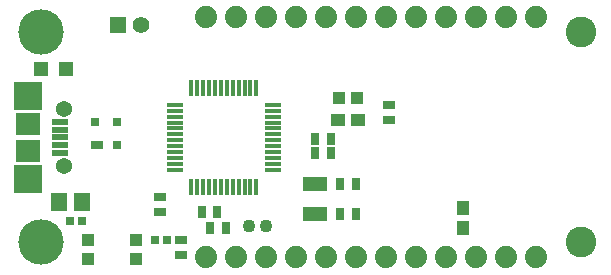
<source format=gbr>
G04 EAGLE Gerber RS-274X export*
G75*
%MOMM*%
%FSLAX34Y34*%
%LPD*%
%INSoldermask Top*%
%IPPOS*%
%AMOC8*
5,1,8,0,0,1.08239X$1,22.5*%
G01*
%ADD10C,2.601600*%
%ADD11R,0.801600X1.001600*%
%ADD12R,1.201600X1.101600*%
%ADD13R,1.101600X1.201600*%
%ADD14R,1.401600X1.601600*%
%ADD15R,1.001600X0.801600*%
%ADD16R,1.101600X0.801600*%
%ADD17R,0.701600X0.801600*%
%ADD18R,1.451600X0.501600*%
%ADD19R,2.001600X1.901600*%
%ADD20R,2.351600X2.351600*%
%ADD21C,1.376600*%
%ADD22R,1.391600X1.391600*%
%ADD23C,1.391600*%
%ADD24C,1.879600*%
%ADD25R,1.066800X1.041400*%
%ADD26R,1.301600X1.301600*%
%ADD27R,1.001600X1.101600*%
%ADD28C,1.101600*%
%ADD29R,1.447800X0.381000*%
%ADD30R,0.381000X1.447800*%
%ADD31R,2.001600X1.201600*%
%ADD32C,3.851600*%
%ADD33C,1.601600*%


D10*
X482600Y203900D03*
X482600Y26100D03*
D11*
X291500Y50000D03*
X278500Y50000D03*
X174500Y52000D03*
X161500Y52000D03*
X257500Y113500D03*
X270500Y113500D03*
D12*
X276500Y130000D03*
X293500Y130000D03*
D11*
X291500Y75500D03*
X278500Y75500D03*
X257500Y102000D03*
X270500Y102000D03*
D13*
X382500Y38000D03*
X382500Y55000D03*
D14*
X59500Y60000D03*
X40500Y60000D03*
D15*
X144000Y28000D03*
X144000Y15000D03*
X320000Y129800D03*
X320000Y142800D03*
X126000Y64500D03*
X126000Y51500D03*
D11*
X181500Y38000D03*
X168500Y38000D03*
D16*
X72500Y108250D03*
D17*
X89500Y108250D03*
X89500Y128250D03*
X70500Y128250D03*
D18*
X41250Y128000D03*
X41250Y121500D03*
X41250Y115000D03*
X41250Y108500D03*
X41250Y102000D03*
D19*
X14500Y126500D03*
X14500Y103500D03*
D20*
X14500Y150125D03*
X14500Y79875D03*
D21*
X44500Y139250D03*
X44500Y90750D03*
D22*
X90000Y210500D03*
D23*
X110000Y210500D03*
D24*
X165100Y216600D03*
X190500Y216600D03*
X215900Y216600D03*
X241300Y216600D03*
X266700Y216600D03*
X292100Y216600D03*
X317500Y216600D03*
X342900Y216600D03*
X368300Y216600D03*
X393700Y216600D03*
X419100Y216600D03*
X444500Y216600D03*
X165100Y13400D03*
X190500Y13400D03*
X215900Y13400D03*
X241300Y13400D03*
X266700Y13400D03*
X292100Y13400D03*
X317500Y13400D03*
X342900Y13400D03*
X368300Y13400D03*
X393700Y13400D03*
X419100Y13400D03*
X444500Y13400D03*
D25*
X292493Y148000D03*
X277507Y148000D03*
D26*
X25500Y173000D03*
X46500Y173000D03*
D17*
X50000Y44000D03*
X60000Y44000D03*
X132000Y28000D03*
X122000Y28000D03*
D27*
X64500Y28000D03*
X105500Y28000D03*
X64500Y12000D03*
X105500Y12000D03*
D28*
X201000Y40000D03*
X216000Y40000D03*
D29*
X221783Y87500D03*
X221783Y92500D03*
X221783Y97500D03*
X221783Y102500D03*
X221783Y107500D03*
X221783Y112500D03*
X221783Y117500D03*
X221783Y122500D03*
X221783Y127500D03*
X221783Y132500D03*
X221783Y137500D03*
X221783Y142500D03*
D30*
X207500Y156783D03*
X202500Y156783D03*
X197500Y156783D03*
X192500Y156783D03*
X187500Y156783D03*
X182500Y156783D03*
X177500Y156783D03*
X172500Y156783D03*
X167500Y156783D03*
X162500Y156783D03*
X157500Y156783D03*
X152500Y156783D03*
D29*
X138217Y142500D03*
X138217Y137500D03*
X138217Y132500D03*
X138217Y127500D03*
X138217Y122500D03*
X138217Y117500D03*
X138217Y112500D03*
X138217Y107500D03*
X138217Y102500D03*
X138217Y97500D03*
X138217Y92500D03*
X138217Y87500D03*
D30*
X152500Y73217D03*
X157500Y73217D03*
X162500Y73217D03*
X167500Y73217D03*
X172500Y73217D03*
X177500Y73217D03*
X182500Y73217D03*
X187500Y73217D03*
X192500Y73217D03*
X197500Y73217D03*
X202500Y73217D03*
X207500Y73217D03*
D31*
X257500Y75500D03*
X257500Y50500D03*
D32*
X25400Y26100D03*
X25400Y203900D03*
D33*
X14000Y127000D03*
X14000Y103000D03*
M02*

</source>
